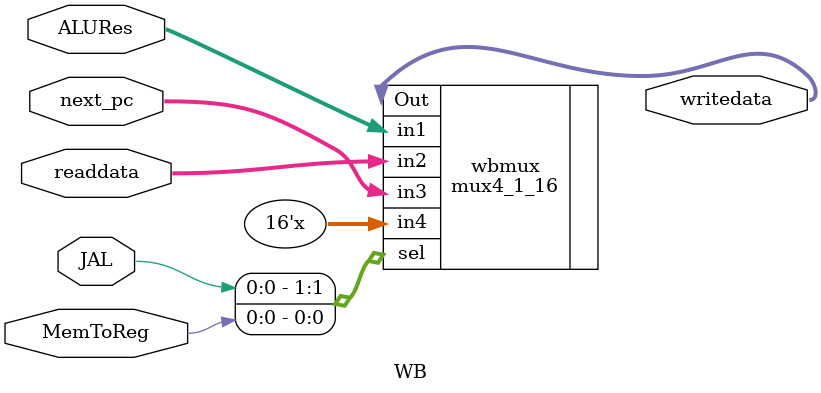
<source format=v>
module WB(ALURes, readdata, next_pc, JAL, MemToReg, writedata);

  input [15:0] ALURes;
  input [15:0] readdata;
  input [15:0] next_pc;
  input JAL;
  input MemToReg;


  output [15:0] writedata;

  mux4_1_16 wbmux(.in1(ALURes), .in2(readdata), .in3(next_pc), .in4(16'hxxxx), .sel({JAL, MemToReg}), .Out(writedata));
endmodule

</source>
